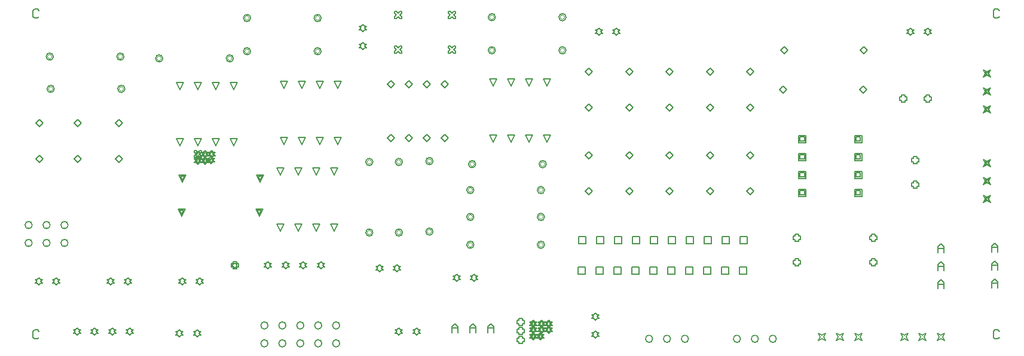
<source format=gbr>
G04*
G04 #@! TF.GenerationSoftware,Altium Limited,Altium Designer,23.3.1 (30)*
G04*
G04 Layer_Color=2752767*
%FSLAX44Y44*%
%MOMM*%
G71*
G04*
G04 #@! TF.SameCoordinates,EAF1F0D8-16AB-4789-B3CC-ED1B898C5CC7*
G04*
G04*
G04 #@! TF.FilePolarity,Positive*
G04*
G01*
G75*
%ADD83C,0.1693*%
%ADD84C,0.1270*%
%ADD85C,0.1016*%
D83*
X382270Y478790D02*
G03*
X382270Y478790I-5080J0D01*
G01*
Y453390D02*
G03*
X382270Y453390I-5080J0D01*
G01*
X356870Y478790D02*
G03*
X356870Y478790I-5080J0D01*
G01*
Y453390D02*
G03*
X356870Y453390I-5080J0D01*
G01*
X331470Y478790D02*
G03*
X331470Y478790I-5080J0D01*
G01*
Y453390D02*
G03*
X331470Y453390I-5080J0D01*
G01*
X665480Y311087D02*
G03*
X665480Y311087I-5080J0D01*
G01*
Y336487D02*
G03*
X665480Y336487I-5080J0D01*
G01*
X690880Y311087D02*
G03*
X690880Y311087I-5080J0D01*
G01*
Y336487D02*
G03*
X690880Y336487I-5080J0D01*
G01*
X716280Y311087D02*
G03*
X716280Y311087I-5080J0D01*
G01*
Y336487D02*
G03*
X716280Y336487I-5080J0D01*
G01*
X741680Y311087D02*
G03*
X741680Y311087I-5080J0D01*
G01*
Y336487D02*
G03*
X741680Y336487I-5080J0D01*
G01*
X767080Y311087D02*
G03*
X767080Y311087I-5080J0D01*
G01*
Y336487D02*
G03*
X767080Y336487I-5080J0D01*
G01*
X1059650Y565150D02*
G03*
X1059650Y565150I-5080J0D01*
G01*
X959650D02*
G03*
X959650Y565150I-5080J0D01*
G01*
X640880Y725170D02*
G03*
X640880Y725170I-5080J0D01*
G01*
X740880D02*
G03*
X740880Y725170I-5080J0D01*
G01*
X987590Y726440D02*
G03*
X987590Y726440I-5080J0D01*
G01*
X1087590D02*
G03*
X1087590Y726440I-5080J0D01*
G01*
Y773430D02*
G03*
X1087590Y773430I-5080J0D01*
G01*
X987590D02*
G03*
X987590Y773430I-5080J0D01*
G01*
X1057110Y528320D02*
G03*
X1057110Y528320I-5080J0D01*
G01*
X957110D02*
G03*
X957110Y528320I-5080J0D01*
G01*
X1057110Y450850D02*
G03*
X1057110Y450850I-5080J0D01*
G01*
X957110D02*
G03*
X957110Y450850I-5080J0D01*
G01*
X1057110Y490220D02*
G03*
X1057110Y490220I-5080J0D01*
G01*
X957110D02*
G03*
X957110Y490220I-5080J0D01*
G01*
X855980Y568160D02*
G03*
X855980Y568160I-5080J0D01*
G01*
Y468160D02*
G03*
X855980Y468160I-5080J0D01*
G01*
X899160Y469430D02*
G03*
X899160Y469430I-5080J0D01*
G01*
Y569430D02*
G03*
X899160Y569430I-5080J0D01*
G01*
X814070Y568160D02*
G03*
X814070Y568160I-5080J0D01*
G01*
Y468160D02*
G03*
X814070Y468160I-5080J0D01*
G01*
X516420Y715010D02*
G03*
X516420Y715010I-5080J0D01*
G01*
X616420D02*
G03*
X616420Y715010I-5080J0D01*
G01*
X640880Y772160D02*
G03*
X640880Y772160I-5080J0D01*
G01*
X740880D02*
G03*
X740880Y772160I-5080J0D01*
G01*
X462750Y671830D02*
G03*
X462750Y671830I-5080J0D01*
G01*
X362750D02*
G03*
X362750Y671830I-5080J0D01*
G01*
X461480Y717550D02*
G03*
X461480Y717550I-5080J0D01*
G01*
X361480D02*
G03*
X361480Y717550I-5080J0D01*
G01*
X1261110Y317500D02*
G03*
X1261110Y317500I-5080J0D01*
G01*
X1235710D02*
G03*
X1235710Y317500I-5080J0D01*
G01*
X1210310D02*
G03*
X1210310Y317500I-5080J0D01*
G01*
X1385570D02*
G03*
X1385570Y317500I-5080J0D01*
G01*
X1360170D02*
G03*
X1360170Y317500I-5080J0D01*
G01*
X1334770D02*
G03*
X1334770Y317500I-5080J0D01*
G01*
D84*
X394900Y322580D02*
X397440Y325120D01*
X399980D01*
X397440Y327660D01*
X399980Y330200D01*
X397440D01*
X394900Y332740D01*
X392360Y330200D01*
X389820D01*
X392360Y327660D01*
X389820Y325120D01*
X392360D01*
X394900Y322580D01*
X419900D02*
X422440Y325120D01*
X424980D01*
X422440Y327660D01*
X424980Y330200D01*
X422440D01*
X419900Y332740D01*
X417360Y330200D01*
X414820D01*
X417360Y327660D01*
X414820Y325120D01*
X417360D01*
X419900Y322580D01*
X444900D02*
X447440Y325120D01*
X449980D01*
X447440Y327660D01*
X449980Y330200D01*
X447440D01*
X444900Y332740D01*
X442360Y330200D01*
X439820D01*
X442360Y327660D01*
X439820Y325120D01*
X442360D01*
X444900Y322580D01*
X469900D02*
X472440Y325120D01*
X474980D01*
X472440Y327660D01*
X474980Y330200D01*
X472440D01*
X469900Y332740D01*
X467360Y330200D01*
X464820D01*
X467360Y327660D01*
X464820Y325120D01*
X467360D01*
X469900Y322580D01*
X875773D02*
X878313Y325120D01*
X880853D01*
X878313Y327660D01*
X880853Y330200D01*
X878313D01*
X875773Y332740D01*
X873233Y330200D01*
X870693D01*
X873233Y327660D01*
X870693Y325120D01*
X873233D01*
X875773Y322580D01*
X850772D02*
X853313Y325120D01*
X855853D01*
X853313Y327660D01*
X855853Y330200D01*
X853313D01*
X850772Y332740D01*
X848232Y330200D01*
X845693D01*
X848232Y327660D01*
X845693Y325120D01*
X848232D01*
X850772Y322580D01*
X568760Y393870D02*
X571300Y396410D01*
X573840D01*
X571300Y398950D01*
X573840Y401490D01*
X571300D01*
X568760Y404030D01*
X566220Y401490D01*
X563680D01*
X566220Y398950D01*
X563680Y396410D01*
X566220D01*
X568760Y393870D01*
X543760D02*
X546300Y396410D01*
X548840D01*
X546300Y398950D01*
X548840Y401490D01*
X546300D01*
X543760Y404030D01*
X541220Y401490D01*
X538680D01*
X541220Y398950D01*
X538680Y396410D01*
X541220D01*
X543760Y393870D01*
X976630Y326390D02*
Y334854D01*
X980862Y339086D01*
X985094Y334854D01*
Y326390D01*
Y332738D01*
X976630D01*
X951230Y326390D02*
Y334854D01*
X955462Y339086D01*
X959694Y334854D01*
Y326390D01*
Y332738D01*
X951230D01*
X925830Y326390D02*
Y334854D01*
X930062Y339086D01*
X934294Y334854D01*
Y326390D01*
Y332738D01*
X925830D01*
X844520Y771300D02*
X847060D01*
X849600Y773840D01*
X852140Y771300D01*
X854680D01*
Y773840D01*
X852140Y776380D01*
X854680Y778920D01*
Y781460D01*
X852140D01*
X849600Y778920D01*
X847060Y781460D01*
X844520D01*
Y778920D01*
X847060Y776380D01*
X844520Y773840D01*
Y771300D01*
X920780D02*
X923320D01*
X925860Y773840D01*
X928400Y771300D01*
X930940D01*
Y773840D01*
X928400Y776380D01*
X930940Y778920D01*
Y781460D01*
X928400D01*
X925860Y778920D01*
X923320Y781460D01*
X920780D01*
Y778920D01*
X923320Y776380D01*
X920780Y773840D01*
Y771300D01*
X1562380Y655320D02*
Y652780D01*
X1567460D01*
Y655320D01*
X1570000D01*
Y660400D01*
X1567460D01*
Y662940D01*
X1562380D01*
Y660400D01*
X1559840D01*
Y655320D01*
X1562380D01*
X1597380D02*
Y652780D01*
X1602460D01*
Y655320D01*
X1605000D01*
Y660400D01*
X1602460D01*
Y662940D01*
X1597380D01*
Y660400D01*
X1594840D01*
Y655320D01*
X1597380D01*
X1678940Y637540D02*
X1681480Y642620D01*
X1678940Y647700D01*
X1684020Y645160D01*
X1689100Y647700D01*
X1686560Y642620D01*
X1689100Y637540D01*
X1684020Y640080D01*
X1678940Y637540D01*
X1680972Y639572D02*
X1682496Y642620D01*
X1680972Y645668D01*
X1684020Y644144D01*
X1687068Y645668D01*
X1685544Y642620D01*
X1687068Y639572D01*
X1684020Y641096D01*
X1680972Y639572D01*
X1678940Y662940D02*
X1681480Y668020D01*
X1678940Y673100D01*
X1684020Y670560D01*
X1689100Y673100D01*
X1686560Y668020D01*
X1689100Y662940D01*
X1684020Y665480D01*
X1678940Y662940D01*
X1680972Y664972D02*
X1682496Y668020D01*
X1680972Y671068D01*
X1684020Y669544D01*
X1687068Y671068D01*
X1685544Y668020D01*
X1687068Y664972D01*
X1684020Y666496D01*
X1680972Y664972D01*
X1678940Y688340D02*
X1681480Y693420D01*
X1678940Y698500D01*
X1684020Y695960D01*
X1689100Y698500D01*
X1686560Y693420D01*
X1689100Y688340D01*
X1684020Y690880D01*
X1678940Y688340D01*
X1680972Y690372D02*
X1682496Y693420D01*
X1680972Y696468D01*
X1684020Y694944D01*
X1687068Y696468D01*
X1685544Y693420D01*
X1687068Y690372D01*
X1684020Y691896D01*
X1680972Y690372D01*
X1343660Y695960D02*
X1348740Y701040D01*
X1353820Y695960D01*
X1348740Y690880D01*
X1343660Y695960D01*
Y645160D02*
X1348740Y650240D01*
X1353820Y645160D01*
X1348740Y640080D01*
X1343660Y645160D01*
X1390030Y670560D02*
X1395110Y675640D01*
X1400190Y670560D01*
X1395110Y665480D01*
X1390030Y670560D01*
X1503030D02*
X1508110Y675640D01*
X1513190Y670560D01*
X1508110Y665480D01*
X1503030Y670560D01*
X1416990Y519430D02*
Y529590D01*
X1427150D01*
Y519430D01*
X1416990D01*
X1419022Y521462D02*
Y527558D01*
X1425118D01*
Y521462D01*
X1419022D01*
X1416990Y544830D02*
Y554990D01*
X1427150D01*
Y544830D01*
X1416990D01*
X1419022Y546862D02*
Y552958D01*
X1425118D01*
Y546862D01*
X1419022D01*
X1416990Y570230D02*
Y580390D01*
X1427150D01*
Y570230D01*
X1416990D01*
X1419022Y572262D02*
Y578358D01*
X1425118D01*
Y572262D01*
X1419022D01*
X1416990Y595630D02*
Y605790D01*
X1427150D01*
Y595630D01*
X1416990D01*
X1419022Y597662D02*
Y603758D01*
X1425118D01*
Y597662D01*
X1419022D01*
X1496390Y595630D02*
Y605790D01*
X1506550D01*
Y595630D01*
X1496390D01*
X1498422Y597662D02*
Y603758D01*
X1504518D01*
Y597662D01*
X1498422D01*
X1496390Y570230D02*
Y580390D01*
X1506550D01*
Y570230D01*
X1496390D01*
X1498422Y572262D02*
Y578358D01*
X1504518D01*
Y572262D01*
X1498422D01*
X1496390Y544830D02*
Y554990D01*
X1506550D01*
Y544830D01*
X1496390D01*
X1498422Y546862D02*
Y552958D01*
X1504518D01*
Y546862D01*
X1498422D01*
X1496390Y519430D02*
Y529590D01*
X1506550D01*
Y519430D01*
X1496390D01*
X1498422Y521462D02*
Y527558D01*
X1504518D01*
Y521462D01*
X1498422D01*
X1412240Y458190D02*
Y455650D01*
X1417320D01*
Y458190D01*
X1419860D01*
Y463270D01*
X1417320D01*
Y465810D01*
X1412240D01*
Y463270D01*
X1409700D01*
Y458190D01*
X1412240D01*
Y423190D02*
Y420650D01*
X1417320D01*
Y423190D01*
X1419860D01*
Y428270D01*
X1417320D01*
Y430810D01*
X1412240D01*
Y428270D01*
X1409700D01*
Y423190D01*
X1412240D01*
X1579880Y533680D02*
Y531140D01*
X1584960D01*
Y533680D01*
X1587500D01*
Y538760D01*
X1584960D01*
Y541300D01*
X1579880D01*
Y538760D01*
X1577340D01*
Y533680D01*
X1579880D01*
Y568680D02*
Y566140D01*
X1584960D01*
Y568680D01*
X1587500D01*
Y573760D01*
X1584960D01*
Y576300D01*
X1579880D01*
Y573760D01*
X1577340D01*
Y568680D01*
X1579880D01*
X1701374Y328080D02*
X1699258Y330196D01*
X1695026D01*
X1692910Y328080D01*
Y319616D01*
X1695026Y317500D01*
X1699258D01*
X1701374Y319616D01*
Y782740D02*
X1699258Y784856D01*
X1695026D01*
X1692910Y782740D01*
Y774276D01*
X1695026Y772160D01*
X1699258D01*
X1701374Y774276D01*
X341204Y328080D02*
X339088Y330196D01*
X334856D01*
X332740Y328080D01*
Y319616D01*
X334856Y317500D01*
X339088D01*
X341204Y319616D01*
Y782740D02*
X339088Y784856D01*
X334856D01*
X332740Y782740D01*
Y774276D01*
X334856Y772160D01*
X339088D01*
X341204Y774276D01*
X1129030Y343770D02*
X1131570Y346310D01*
X1134110D01*
X1131570Y348850D01*
X1134110Y351390D01*
X1131570D01*
X1129030Y353930D01*
X1126490Y351390D01*
X1123950D01*
X1126490Y348850D01*
X1123950Y346310D01*
X1126490D01*
X1129030Y343770D01*
Y318770D02*
X1131570Y321310D01*
X1134110D01*
X1131570Y323850D01*
X1134110Y326390D01*
X1131570D01*
X1129030Y328930D01*
X1126490Y326390D01*
X1123950D01*
X1126490Y323850D01*
X1123950Y321310D01*
X1126490D01*
X1129030Y318770D01*
X1690370Y389890D02*
Y398354D01*
X1694602Y402586D01*
X1698834Y398354D01*
Y389890D01*
Y396238D01*
X1690370D01*
Y415290D02*
Y423754D01*
X1694602Y427986D01*
X1698834Y423754D01*
Y415290D01*
Y421638D01*
X1690370D01*
Y440690D02*
Y449154D01*
X1694602Y453386D01*
X1698834Y449154D01*
Y440690D01*
Y447038D01*
X1690370D01*
X1614170Y388620D02*
Y397084D01*
X1618402Y401316D01*
X1622634Y397084D01*
Y388620D01*
Y394968D01*
X1614170D01*
Y414020D02*
Y422484D01*
X1618402Y426716D01*
X1622634Y422484D01*
Y414020D01*
Y420368D01*
X1614170D01*
Y439420D02*
Y447884D01*
X1618402Y452116D01*
X1622634Y447884D01*
Y439420D01*
Y445768D01*
X1614170D01*
X984250Y596570D02*
X979170Y606730D01*
X989330D01*
X984250Y596570D01*
X1009650D02*
X1004570Y606730D01*
X1014730D01*
X1009650Y596570D01*
X1035050D02*
X1029970Y606730D01*
X1040130D01*
X1035050Y596570D01*
X1060450D02*
X1055370Y606730D01*
X1065530D01*
X1060450Y596570D01*
Y675970D02*
X1055370Y686130D01*
X1065530D01*
X1060450Y675970D01*
X1035050D02*
X1029970Y686130D01*
X1040130D01*
X1035050Y675970D01*
X1009650D02*
X1004570Y686130D01*
X1014730D01*
X1009650Y675970D01*
X984250D02*
X979170Y686130D01*
X989330D01*
X984250Y675970D01*
X1115060Y645160D02*
X1120140Y650240D01*
X1125220Y645160D01*
X1120140Y640080D01*
X1115060Y645160D01*
Y695960D02*
X1120140Y701040D01*
X1125220Y695960D01*
X1120140Y690880D01*
X1115060Y695960D01*
X340560Y393870D02*
X343100Y396410D01*
X345640D01*
X343100Y398950D01*
X345640Y401490D01*
X343100D01*
X340560Y404030D01*
X338020Y401490D01*
X335480D01*
X338020Y398950D01*
X335480Y396410D01*
X338020D01*
X340560Y393870D01*
X365560D02*
X368100Y396410D01*
X370640D01*
X368100Y398950D01*
X370640Y401490D01*
X368100D01*
X365560Y404030D01*
X363020Y401490D01*
X360480D01*
X363020Y398950D01*
X360480Y396410D01*
X363020D01*
X365560Y393870D01*
X442160Y393870D02*
X444700Y396410D01*
X447240D01*
X444700Y398950D01*
X447240Y401490D01*
X444700D01*
X442160Y404030D01*
X439620Y401490D01*
X437080D01*
X439620Y398950D01*
X437080Y396410D01*
X439620D01*
X442160Y393870D01*
X467160D02*
X469700Y396410D01*
X472240D01*
X469700Y398950D01*
X472240Y401490D01*
X469700D01*
X467160Y404030D01*
X464620Y401490D01*
X462080D01*
X464620Y398950D01*
X462080Y396410D01*
X464620D01*
X467160Y393870D01*
X800100Y727710D02*
X802640Y730250D01*
X805180D01*
X802640Y732790D01*
X805180Y735330D01*
X802640D01*
X800100Y737870D01*
X797560Y735330D01*
X795020D01*
X797560Y732790D01*
X795020Y730250D01*
X797560D01*
X800100Y727710D01*
Y752710D02*
X802640Y755250D01*
X805180D01*
X802640Y757790D01*
X805180Y760330D01*
X802640D01*
X800100Y762870D01*
X797560Y760330D01*
X795020D01*
X797560Y757790D01*
X795020Y755250D01*
X797560D01*
X800100Y752710D01*
X665480Y416560D02*
X668020Y419100D01*
X670560D01*
X668020Y421640D01*
X670560Y424180D01*
X668020D01*
X665480Y426720D01*
X662940Y424180D01*
X660400D01*
X662940Y421640D01*
X660400Y419100D01*
X662940D01*
X665480Y416560D01*
X690480D02*
X693020Y419100D01*
X695560D01*
X693020Y421640D01*
X695560Y424180D01*
X693020D01*
X690480Y426720D01*
X687940Y424180D01*
X685400D01*
X687940Y421640D01*
X685400Y419100D01*
X687940D01*
X690480Y416560D01*
X715480D02*
X718020Y419100D01*
X720560D01*
X718020Y421640D01*
X720560Y424180D01*
X718020D01*
X715480Y426720D01*
X712940Y424180D01*
X710400D01*
X712940Y421640D01*
X710400Y419100D01*
X712940D01*
X715480Y416560D01*
X740480D02*
X743020Y419100D01*
X745560D01*
X743020Y421640D01*
X745560Y424180D01*
X743020D01*
X740480Y426720D01*
X737940Y424180D01*
X735400D01*
X737940Y421640D01*
X735400Y419100D01*
X737940D01*
X740480Y416560D01*
X539950Y320210D02*
X542490Y322750D01*
X545030D01*
X542490Y325290D01*
X545030Y327830D01*
X542490D01*
X539950Y330370D01*
X537410Y327830D01*
X534870D01*
X537410Y325290D01*
X534870Y322750D01*
X537410D01*
X539950Y320210D01*
X564950D02*
X567490Y322750D01*
X570030D01*
X567490Y325290D01*
X570030Y327830D01*
X567490D01*
X564950Y330370D01*
X562410Y327830D01*
X559870D01*
X562410Y325290D01*
X559870Y322750D01*
X562410D01*
X564950Y320210D01*
X1159110Y748030D02*
X1161650Y750570D01*
X1164190D01*
X1161650Y753110D01*
X1164190Y755650D01*
X1161650D01*
X1159110Y758190D01*
X1156570Y755650D01*
X1154030D01*
X1156570Y753110D01*
X1154030Y750570D01*
X1156570D01*
X1159110Y748030D01*
X1134110D02*
X1136650Y750570D01*
X1139190D01*
X1136650Y753110D01*
X1139190Y755650D01*
X1136650D01*
X1134110Y758190D01*
X1131570Y755650D01*
X1129030D01*
X1131570Y753110D01*
X1129030Y750570D01*
X1131570D01*
X1134110Y748030D01*
X823360Y412750D02*
X825900Y415290D01*
X828440D01*
X825900Y417830D01*
X828440Y420370D01*
X825900D01*
X823360Y422910D01*
X820820Y420370D01*
X818280D01*
X820820Y417830D01*
X818280Y415290D01*
X820820D01*
X823360Y412750D01*
X848360D02*
X850900Y415290D01*
X853440D01*
X850900Y417830D01*
X853440Y420370D01*
X850900D01*
X848360Y422910D01*
X845820Y420370D01*
X843280D01*
X845820Y417830D01*
X843280Y415290D01*
X845820D01*
X848360Y412750D01*
X932580Y398780D02*
X935120Y401320D01*
X937660D01*
X935120Y403860D01*
X937660Y406400D01*
X935120D01*
X932580Y408940D01*
X930040Y406400D01*
X927500D01*
X930040Y403860D01*
X927500Y401320D01*
X930040D01*
X932580Y398780D01*
X957580D02*
X960120Y401320D01*
X962660D01*
X960120Y403860D01*
X962660Y406400D01*
X960120D01*
X957580Y408940D01*
X955040Y406400D01*
X952500D01*
X955040Y403860D01*
X952500Y401320D01*
X955040D01*
X957580Y398780D01*
X1104900Y408940D02*
Y419100D01*
X1115060D01*
Y408940D01*
X1104900D01*
X1130300D02*
Y419100D01*
X1140460D01*
Y408940D01*
X1130300D01*
X1155700D02*
Y419100D01*
X1165860D01*
Y408940D01*
X1155700D01*
X1181100D02*
Y419100D01*
X1191260D01*
Y408940D01*
X1181100D01*
X1206500D02*
Y419100D01*
X1216660D01*
Y408940D01*
X1206500D01*
X1231900D02*
Y419100D01*
X1242060D01*
Y408940D01*
X1231900D01*
X1257300D02*
Y419100D01*
X1267460D01*
Y408940D01*
X1257300D01*
X1282700D02*
Y419100D01*
X1292860D01*
Y408940D01*
X1282700D01*
X1308100D02*
Y419100D01*
X1318260D01*
Y408940D01*
X1308100D01*
X1333500D02*
Y419100D01*
X1343660D01*
Y408940D01*
X1333500D01*
X1334156Y452120D02*
Y462280D01*
X1344316D01*
Y452120D01*
X1334156D01*
X1308756D02*
Y462280D01*
X1318916D01*
Y452120D01*
X1308756D01*
X1283356D02*
Y462280D01*
X1293516D01*
Y452120D01*
X1283356D01*
X1257956D02*
Y462280D01*
X1268116D01*
Y452120D01*
X1257956D01*
X1232556D02*
Y462280D01*
X1242716D01*
Y452120D01*
X1232556D01*
X1207156D02*
Y462280D01*
X1217316D01*
Y452120D01*
X1207156D01*
X1181756D02*
Y462280D01*
X1191916D01*
Y452120D01*
X1181756D01*
X1156356D02*
Y462280D01*
X1166516D01*
Y452120D01*
X1156356D01*
X1130956D02*
Y462280D01*
X1141116D01*
Y452120D01*
X1130956D01*
X1105556D02*
Y462280D01*
X1115716D01*
Y452120D01*
X1105556D01*
X1343660Y527050D02*
X1348740Y532130D01*
X1353820Y527050D01*
X1348740Y521970D01*
X1343660Y527050D01*
Y577850D02*
X1348740Y582930D01*
X1353820Y577850D01*
X1348740Y572770D01*
X1343660Y577850D01*
X1172210Y645160D02*
X1177290Y650240D01*
X1182370Y645160D01*
X1177290Y640080D01*
X1172210Y645160D01*
Y695960D02*
X1177290Y701040D01*
X1182370Y695960D01*
X1177290Y690880D01*
X1172210Y695960D01*
X1286510Y645160D02*
X1291590Y650240D01*
X1296670Y645160D01*
X1291590Y640080D01*
X1286510Y645160D01*
Y695960D02*
X1291590Y701040D01*
X1296670Y695960D01*
X1291590Y690880D01*
X1286510Y695960D01*
X1229360Y645160D02*
X1234440Y650240D01*
X1239520Y645160D01*
X1234440Y640080D01*
X1229360Y645160D01*
Y695960D02*
X1234440Y701040D01*
X1239520Y695960D01*
X1234440Y690880D01*
X1229360Y695960D01*
X1286510Y527050D02*
X1291590Y532130D01*
X1296670Y527050D01*
X1291590Y521970D01*
X1286510Y527050D01*
Y577850D02*
X1291590Y582930D01*
X1296670Y577850D01*
X1291590Y572770D01*
X1286510Y577850D01*
X1229360Y527050D02*
X1234440Y532130D01*
X1239520Y527050D01*
X1234440Y521970D01*
X1229360Y527050D01*
Y577850D02*
X1234440Y582930D01*
X1239520Y577850D01*
X1234440Y572770D01*
X1229360Y577850D01*
X1172210Y527050D02*
X1177290Y532130D01*
X1182370Y527050D01*
X1177290Y521970D01*
X1172210Y527050D01*
Y577850D02*
X1177290Y582930D01*
X1182370Y577850D01*
X1177290Y572770D01*
X1172210Y577850D01*
X1115060Y527050D02*
X1120140Y532130D01*
X1125220Y527050D01*
X1120140Y521970D01*
X1115060Y527050D01*
Y577850D02*
X1120140Y582930D01*
X1125220Y577850D01*
X1120140Y572770D01*
X1115060Y577850D01*
X1678940Y561340D02*
X1681480Y566420D01*
X1678940Y571500D01*
X1684020Y568960D01*
X1689100Y571500D01*
X1686560Y566420D01*
X1689100Y561340D01*
X1684020Y563880D01*
X1678940Y561340D01*
X1680972Y563372D02*
X1682496Y566420D01*
X1680972Y569468D01*
X1684020Y567944D01*
X1687068Y569468D01*
X1685544Y566420D01*
X1687068Y563372D01*
X1684020Y564896D01*
X1680972Y563372D01*
X1678940Y535940D02*
X1681480Y541020D01*
X1678940Y546100D01*
X1684020Y543560D01*
X1689100Y546100D01*
X1686560Y541020D01*
X1689100Y535940D01*
X1684020Y538480D01*
X1678940Y535940D01*
X1680972Y537972D02*
X1682496Y541020D01*
X1680972Y544068D01*
X1684020Y542544D01*
X1687068Y544068D01*
X1685544Y541020D01*
X1687068Y537972D01*
X1684020Y539496D01*
X1680972Y537972D01*
X1678940Y510540D02*
X1681480Y515620D01*
X1678940Y520700D01*
X1684020Y518160D01*
X1689100Y520700D01*
X1686560Y515620D01*
X1689100Y510540D01*
X1684020Y513080D01*
X1678940Y510540D01*
X1680972Y512572D02*
X1682496Y515620D01*
X1680972Y518668D01*
X1684020Y517144D01*
X1687068Y518668D01*
X1685544Y515620D01*
X1687068Y512572D01*
X1684020Y514096D01*
X1680972Y512572D01*
X1575200Y748030D02*
X1577740Y750570D01*
X1580280D01*
X1577740Y753110D01*
X1580280Y755650D01*
X1577740D01*
X1575200Y758190D01*
X1572660Y755650D01*
X1570120D01*
X1572660Y753110D01*
X1570120Y750570D01*
X1572660D01*
X1575200Y748030D01*
X1600200D02*
X1602740Y750570D01*
X1605280D01*
X1602740Y753110D01*
X1605280Y755650D01*
X1602740D01*
X1600200Y758190D01*
X1597660Y755650D01*
X1595120D01*
X1597660Y753110D01*
X1595120Y750570D01*
X1597660D01*
X1600200Y748030D01*
X834390Y601980D02*
X839470Y607060D01*
X844550Y601980D01*
X839470Y596900D01*
X834390Y601980D01*
X859790D02*
X864870Y607060D01*
X869950Y601980D01*
X864870Y596900D01*
X859790Y601980D01*
X885190D02*
X890270Y607060D01*
X895350Y601980D01*
X890270Y596900D01*
X885190Y601980D01*
X910590D02*
X915670Y607060D01*
X920750Y601980D01*
X915670Y596900D01*
X910590Y601980D01*
X834390Y678180D02*
X839470Y683260D01*
X844550Y678180D01*
X839470Y673100D01*
X834390Y678180D01*
X859790D02*
X864870Y683260D01*
X869950Y678180D01*
X864870Y673100D01*
X859790Y678180D01*
X885190D02*
X890270Y683260D01*
X895350Y678180D01*
X890270Y673100D01*
X885190Y678180D01*
X910590D02*
X915670Y683260D01*
X920750Y678180D01*
X915670Y673100D01*
X910590Y678180D01*
X654440Y539750D02*
X649360Y549910D01*
X659520D01*
X654440Y539750D01*
Y541782D02*
X651392Y547878D01*
X657488D01*
X654440Y541782D01*
X544440Y539750D02*
X539360Y549910D01*
X549520D01*
X544440Y539750D01*
Y541782D02*
X541392Y547878D01*
X547488D01*
X544440Y541782D01*
X653170Y491490D02*
X648090Y501650D01*
X658250D01*
X653170Y491490D01*
Y493522D02*
X650122Y499618D01*
X656218D01*
X653170Y493522D01*
X543170Y491490D02*
X538090Y501650D01*
X548250D01*
X543170Y491490D01*
Y493522D02*
X540122Y499618D01*
X546218D01*
X543170Y493522D01*
X1504300Y726440D02*
X1509380Y731520D01*
X1514460Y726440D01*
X1509380Y721360D01*
X1504300Y726440D01*
X1391300D02*
X1396380Y731520D01*
X1401460Y726440D01*
X1396380Y721360D01*
X1391300Y726440D01*
X1021080Y339090D02*
Y336550D01*
X1026160D01*
Y339090D01*
X1028700D01*
Y344170D01*
X1026160D01*
Y346710D01*
X1021080D01*
Y344170D01*
X1018540D01*
Y339090D01*
X1021080D01*
Y326390D02*
Y323850D01*
X1026160D01*
Y326390D01*
X1028700D01*
Y331470D01*
X1026160D01*
Y334010D01*
X1021080D01*
Y331470D01*
X1018540D01*
Y326390D01*
X1021080D01*
Y313690D02*
Y311150D01*
X1026160D01*
Y313690D01*
X1028700D01*
Y318770D01*
X1026160D01*
Y321310D01*
X1021080D01*
Y318770D01*
X1018540D01*
Y313690D01*
X1021080D01*
X1562100Y314960D02*
X1564640Y320040D01*
X1562100Y325120D01*
X1567180Y322580D01*
X1572260Y325120D01*
X1569720Y320040D01*
X1572260Y314960D01*
X1567180Y317500D01*
X1562100Y314960D01*
X1587600D02*
X1590140Y320040D01*
X1587600Y325120D01*
X1592680Y322580D01*
X1597760Y325120D01*
X1595220Y320040D01*
X1597760Y314960D01*
X1592680Y317500D01*
X1587600Y314960D01*
X1613100D02*
X1615640Y320040D01*
X1613100Y325120D01*
X1618180Y322580D01*
X1623260Y325120D01*
X1620720Y320040D01*
X1623260Y314960D01*
X1618180Y317500D01*
X1613100Y314960D01*
X1496260D02*
X1498800Y320040D01*
X1496260Y325120D01*
X1501340Y322580D01*
X1506420Y325120D01*
X1503880Y320040D01*
X1506420Y314960D01*
X1501340Y317500D01*
X1496260Y314960D01*
X1470760D02*
X1473300Y320040D01*
X1470760Y325120D01*
X1475840Y322580D01*
X1480920Y325120D01*
X1478380Y320040D01*
X1480920Y314960D01*
X1475840Y317500D01*
X1470760Y314960D01*
X1445260D02*
X1447800Y320040D01*
X1445260Y325120D01*
X1450340Y322580D01*
X1455420Y325120D01*
X1452880Y320040D01*
X1455420Y314960D01*
X1450340Y317500D01*
X1445260Y314960D01*
X683260Y549910D02*
X678180Y560070D01*
X688340D01*
X683260Y549910D01*
X708660D02*
X703580Y560070D01*
X713740D01*
X708660Y549910D01*
X734060D02*
X728980Y560070D01*
X739140D01*
X734060Y549910D01*
X759460D02*
X754380Y560070D01*
X764540D01*
X759460Y549910D01*
Y470510D02*
X754380Y480670D01*
X764540D01*
X759460Y470510D01*
X734060D02*
X728980Y480670D01*
X739140D01*
X734060Y470510D01*
X708660D02*
X703580Y480670D01*
X713740D01*
X708660Y470510D01*
X683260D02*
X678180Y480670D01*
X688340D01*
X683260Y470510D01*
X688340Y592760D02*
X683260Y602920D01*
X693420D01*
X688340Y592760D01*
X713740D02*
X708660Y602920D01*
X718820D01*
X713740Y592760D01*
X739140D02*
X734060Y602920D01*
X744220D01*
X739140Y592760D01*
X764540D02*
X759460Y602920D01*
X769620D01*
X764540Y592760D01*
Y672160D02*
X759460Y682320D01*
X769620D01*
X764540Y672160D01*
X739140D02*
X734060Y682320D01*
X744220D01*
X739140Y672160D01*
X713740D02*
X708660Y682320D01*
X718820D01*
X713740Y672160D01*
X688340D02*
X683260Y682320D01*
X693420D01*
X688340Y672160D01*
X541020Y591490D02*
X535940Y601650D01*
X546100D01*
X541020Y591490D01*
X566420D02*
X561340Y601650D01*
X571500D01*
X566420Y591490D01*
X591820D02*
X586740Y601650D01*
X596900D01*
X591820Y591490D01*
X617220D02*
X612140Y601650D01*
X622300D01*
X617220Y591490D01*
Y670890D02*
X612140Y681050D01*
X622300D01*
X617220Y670890D01*
X591820D02*
X586740Y681050D01*
X596900D01*
X591820Y670890D01*
X566420D02*
X561340Y681050D01*
X571500D01*
X566420Y670890D01*
X541020D02*
X535940Y681050D01*
X546100D01*
X541020Y670890D01*
X844520Y722630D02*
X847060D01*
X849600Y725170D01*
X852140Y722630D01*
X854680D01*
Y725170D01*
X852140Y727710D01*
X854680Y730250D01*
Y732790D01*
X852140D01*
X849600Y730250D01*
X847060Y732790D01*
X844520D01*
Y730250D01*
X847060Y727710D01*
X844520Y725170D01*
Y722630D01*
X920780D02*
X923320D01*
X925860Y725170D01*
X928400Y722630D01*
X930940D01*
Y725170D01*
X928400Y727710D01*
X930940Y730250D01*
Y732790D01*
X928400D01*
X925860Y730250D01*
X923320Y732790D01*
X920780D01*
Y730250D01*
X923320Y727710D01*
X920780Y725170D01*
Y722630D01*
X336550Y623570D02*
X341630Y628650D01*
X346710Y623570D01*
X341630Y618490D01*
X336550Y623570D01*
Y572770D02*
X341630Y577850D01*
X346710Y572770D01*
X341630Y567690D01*
X336550Y572770D01*
X391160D02*
X396240Y577850D01*
X401320Y572770D01*
X396240Y567690D01*
X391160Y572770D01*
Y623570D02*
X396240Y628650D01*
X401320Y623570D01*
X396240Y618490D01*
X391160Y623570D01*
X449580D02*
X454660Y628650D01*
X459740Y623570D01*
X454660Y618490D01*
X449580Y623570D01*
Y572770D02*
X454660Y577850D01*
X459740Y572770D01*
X454660Y567690D01*
X449580Y572770D01*
X1520190Y423190D02*
Y420650D01*
X1525270D01*
Y423190D01*
X1527810D01*
Y428270D01*
X1525270D01*
Y430810D01*
X1520190D01*
Y428270D01*
X1517650D01*
Y423190D01*
X1520190D01*
Y458190D02*
Y455650D01*
X1525270D01*
Y458190D01*
X1527810D01*
Y463270D01*
X1525270D01*
Y465810D01*
X1520190D01*
Y463270D01*
X1517650D01*
Y458190D01*
X1520190D01*
X585114Y565506D02*
X587654Y568046D01*
X590194D01*
X587654Y570586D01*
X590194Y573126D01*
X587654D01*
X585114Y575666D01*
X582574Y573126D01*
X580034D01*
X582574Y570586D01*
X580034Y568046D01*
X582574D01*
X585114Y565506D01*
Y567538D02*
X586638Y569062D01*
X588162D01*
X586638Y570586D01*
X588162Y572110D01*
X586638D01*
X585114Y573634D01*
X583590Y572110D01*
X582066D01*
X583590Y570586D01*
X582066Y569062D01*
X583590D01*
X585114Y567538D01*
X576580Y565150D02*
X579120Y567690D01*
X581660D01*
X579120Y570230D01*
X581660Y572770D01*
X579120D01*
X576580Y575310D01*
X574040Y572770D01*
X571500D01*
X574040Y570230D01*
X571500Y567690D01*
X574040D01*
X576580Y565150D01*
Y567182D02*
X578104Y568706D01*
X579628D01*
X578104Y570230D01*
X579628Y571754D01*
X578104D01*
X576580Y573278D01*
X575056Y571754D01*
X573532D01*
X575056Y570230D01*
X573532Y568706D01*
X575056D01*
X576580Y567182D01*
X566420Y565150D02*
X568960Y567690D01*
X571500D01*
X568960Y570230D01*
X571500Y572770D01*
X568960D01*
X566420Y575310D01*
X563880Y572770D01*
X561340D01*
X563880Y570230D01*
X561340Y567690D01*
X563880D01*
X566420Y565150D01*
Y567182D02*
X567944Y568706D01*
X569468D01*
X567944Y570230D01*
X569468Y571754D01*
X567944D01*
X566420Y573278D01*
X564896Y571754D01*
X563372D01*
X564896Y570230D01*
X563372Y568706D01*
X564896D01*
X566420Y567182D01*
X585470Y574040D02*
X588010Y576580D01*
X590550D01*
X588010Y579120D01*
X590550Y581660D01*
X588010D01*
X585470Y584200D01*
X582930Y581660D01*
X580390D01*
X582930Y579120D01*
X580390Y576580D01*
X582930D01*
X585470Y574040D01*
Y576072D02*
X586994Y577596D01*
X588518D01*
X586994Y579120D01*
X588518Y580644D01*
X586994D01*
X585470Y582168D01*
X583946Y580644D01*
X582422D01*
X583946Y579120D01*
X582422Y577596D01*
X583946D01*
X585470Y576072D01*
X576580Y574040D02*
X579120Y576580D01*
X581660D01*
X579120Y579120D01*
X581660Y581660D01*
X579120D01*
X576580Y584200D01*
X574040Y581660D01*
X571500D01*
X574040Y579120D01*
X571500Y576580D01*
X574040D01*
X576580Y574040D01*
Y576072D02*
X578104Y577596D01*
X579628D01*
X578104Y579120D01*
X579628Y580644D01*
X578104D01*
X576580Y582168D01*
X575056Y580644D01*
X573532D01*
X575056Y579120D01*
X573532Y577596D01*
X575056D01*
X576580Y576072D01*
X561340Y574040D02*
X563880D01*
X566420Y576580D01*
X568960Y574040D01*
X571500D01*
Y576580D01*
X568960Y579120D01*
X571500Y581660D01*
Y584200D01*
X568960D01*
X566420Y581660D01*
X563880Y584200D01*
X561340D01*
Y581660D01*
X563880Y579120D01*
X561340Y576580D01*
Y574040D01*
X563372Y576072D02*
X564896D01*
X566420Y577596D01*
X567944Y576072D01*
X569468D01*
Y577596D01*
X567944Y579120D01*
X569468Y580644D01*
Y582168D01*
X567944D01*
X566420Y580644D01*
X564896Y582168D01*
X563372D01*
Y580644D01*
X564896Y579120D01*
X563372Y577596D01*
Y576072D01*
X1062990Y334010D02*
X1065530Y336550D01*
X1068070D01*
X1065530Y339090D01*
X1068070Y341630D01*
X1065530D01*
X1062990Y344170D01*
X1060450Y341630D01*
X1057910D01*
X1060450Y339090D01*
X1057910Y336550D01*
X1060450D01*
X1062990Y334010D01*
Y336042D02*
X1064514Y337566D01*
X1066038D01*
X1064514Y339090D01*
X1066038Y340614D01*
X1064514D01*
X1062990Y342138D01*
X1061466Y340614D01*
X1059942D01*
X1061466Y339090D01*
X1059942Y337566D01*
X1061466D01*
X1062990Y336042D01*
X1052830Y334010D02*
X1055370Y336550D01*
X1057910D01*
X1055370Y339090D01*
X1057910Y341630D01*
X1055370D01*
X1052830Y344170D01*
X1050290Y341630D01*
X1047750D01*
X1050290Y339090D01*
X1047750Y336550D01*
X1050290D01*
X1052830Y334010D01*
Y336042D02*
X1054354Y337566D01*
X1055878D01*
X1054354Y339090D01*
X1055878Y340614D01*
X1054354D01*
X1052830Y342138D01*
X1051306Y340614D01*
X1049782D01*
X1051306Y339090D01*
X1049782Y337566D01*
X1051306D01*
X1052830Y336042D01*
X1041400Y334010D02*
X1043940Y336550D01*
X1046480D01*
X1043940Y339090D01*
X1046480Y341630D01*
X1043940D01*
X1041400Y344170D01*
X1038860Y341630D01*
X1036320D01*
X1038860Y339090D01*
X1036320Y336550D01*
X1038860D01*
X1041400Y334010D01*
Y336042D02*
X1042924Y337566D01*
X1044448D01*
X1042924Y339090D01*
X1044448Y340614D01*
X1042924D01*
X1041400Y342138D01*
X1039876Y340614D01*
X1038352D01*
X1039876Y339090D01*
X1038352Y337566D01*
X1039876D01*
X1041400Y336042D01*
X1051560Y316230D02*
X1054100Y318770D01*
X1056640D01*
X1054100Y321310D01*
X1056640Y323850D01*
X1054100D01*
X1051560Y326390D01*
X1049020Y323850D01*
X1046480D01*
X1049020Y321310D01*
X1046480Y318770D01*
X1049020D01*
X1051560Y316230D01*
Y318262D02*
X1053084Y319786D01*
X1054608D01*
X1053084Y321310D01*
X1054608Y322834D01*
X1053084D01*
X1051560Y324358D01*
X1050036Y322834D01*
X1048512D01*
X1050036Y321310D01*
X1048512Y319786D01*
X1050036D01*
X1051560Y318262D01*
X1041400Y316230D02*
X1043940Y318770D01*
X1046480D01*
X1043940Y321310D01*
X1046480Y323850D01*
X1043940D01*
X1041400Y326390D01*
X1038860Y323850D01*
X1036320D01*
X1038860Y321310D01*
X1036320Y318770D01*
X1038860D01*
X1041400Y316230D01*
Y318262D02*
X1042924Y319786D01*
X1044448D01*
X1042924Y321310D01*
X1044448Y322834D01*
X1042924D01*
X1041400Y324358D01*
X1039876Y322834D01*
X1038352D01*
X1039876Y321310D01*
X1038352Y319786D01*
X1039876D01*
X1041400Y318262D01*
X1062990Y325120D02*
X1065530Y327660D01*
X1068070D01*
X1065530Y330200D01*
X1068070Y332740D01*
X1065530D01*
X1062990Y335280D01*
X1060450Y332740D01*
X1057910D01*
X1060450Y330200D01*
X1057910Y327660D01*
X1060450D01*
X1062990Y325120D01*
Y327152D02*
X1064514Y328676D01*
X1066038D01*
X1064514Y330200D01*
X1066038Y331724D01*
X1064514D01*
X1062990Y333248D01*
X1061466Y331724D01*
X1059942D01*
X1061466Y330200D01*
X1059942Y328676D01*
X1061466D01*
X1062990Y327152D01*
X1052830Y325120D02*
X1055370Y327660D01*
X1057910D01*
X1055370Y330200D01*
X1057910Y332740D01*
X1055370D01*
X1052830Y335280D01*
X1050290Y332740D01*
X1047750D01*
X1050290Y330200D01*
X1047750Y327660D01*
X1050290D01*
X1052830Y325120D01*
Y327152D02*
X1054354Y328676D01*
X1055878D01*
X1054354Y330200D01*
X1055878Y331724D01*
X1054354D01*
X1052830Y333248D01*
X1051306Y331724D01*
X1049782D01*
X1051306Y330200D01*
X1049782Y328676D01*
X1051306D01*
X1052830Y327152D01*
X1041400Y325120D02*
X1043940Y327660D01*
X1046480D01*
X1043940Y330200D01*
X1046480Y332740D01*
X1043940D01*
X1041400Y335280D01*
X1038860Y332740D01*
X1036320D01*
X1038860Y330200D01*
X1036320Y327660D01*
X1038860D01*
X1041400Y325120D01*
Y327152D02*
X1042924Y328676D01*
X1044448D01*
X1042924Y330200D01*
X1044448Y331724D01*
X1042924D01*
X1041400Y333248D01*
X1039876Y331724D01*
X1038352D01*
X1039876Y330200D01*
X1038352Y328676D01*
X1039876D01*
X1041400Y327152D01*
X615950Y419100D02*
Y416560D01*
X621030D01*
Y419100D01*
X623570D01*
Y424180D01*
X621030D01*
Y426720D01*
X615950D01*
Y424180D01*
X613410D01*
Y419100D01*
X615950D01*
X616966Y420116D02*
Y418592D01*
X620014D01*
Y420116D01*
X621538D01*
Y423164D01*
X620014D01*
Y424688D01*
X616966D01*
Y423164D01*
X615442D01*
Y420116D01*
X616966D01*
D85*
X1057618Y565150D02*
G03*
X1057618Y565150I-3048J0D01*
G01*
X957618D02*
G03*
X957618Y565150I-3048J0D01*
G01*
X638848Y725170D02*
G03*
X638848Y725170I-3048J0D01*
G01*
X738848D02*
G03*
X738848Y725170I-3048J0D01*
G01*
X985558Y726440D02*
G03*
X985558Y726440I-3048J0D01*
G01*
X1085558D02*
G03*
X1085558Y726440I-3048J0D01*
G01*
Y773430D02*
G03*
X1085558Y773430I-3048J0D01*
G01*
X985558D02*
G03*
X985558Y773430I-3048J0D01*
G01*
X1055078Y528320D02*
G03*
X1055078Y528320I-3048J0D01*
G01*
X955078D02*
G03*
X955078Y528320I-3048J0D01*
G01*
X1055078Y450850D02*
G03*
X1055078Y450850I-3048J0D01*
G01*
X955078D02*
G03*
X955078Y450850I-3048J0D01*
G01*
X1055078Y490220D02*
G03*
X1055078Y490220I-3048J0D01*
G01*
X955078D02*
G03*
X955078Y490220I-3048J0D01*
G01*
X853948Y568160D02*
G03*
X853948Y568160I-3048J0D01*
G01*
Y468160D02*
G03*
X853948Y468160I-3048J0D01*
G01*
X897128Y469430D02*
G03*
X897128Y469430I-3048J0D01*
G01*
Y569430D02*
G03*
X897128Y569430I-3048J0D01*
G01*
X812038Y568160D02*
G03*
X812038Y568160I-3048J0D01*
G01*
Y468160D02*
G03*
X812038Y468160I-3048J0D01*
G01*
X514388Y715010D02*
G03*
X514388Y715010I-3048J0D01*
G01*
X614388D02*
G03*
X614388Y715010I-3048J0D01*
G01*
X638848Y772160D02*
G03*
X638848Y772160I-3048J0D01*
G01*
X738848D02*
G03*
X738848Y772160I-3048J0D01*
G01*
X460718Y671830D02*
G03*
X460718Y671830I-3048J0D01*
G01*
X360718D02*
G03*
X360718Y671830I-3048J0D01*
G01*
X459448Y717550D02*
G03*
X459448Y717550I-3048J0D01*
G01*
X359448D02*
G03*
X359448Y717550I-3048J0D01*
G01*
M02*

</source>
